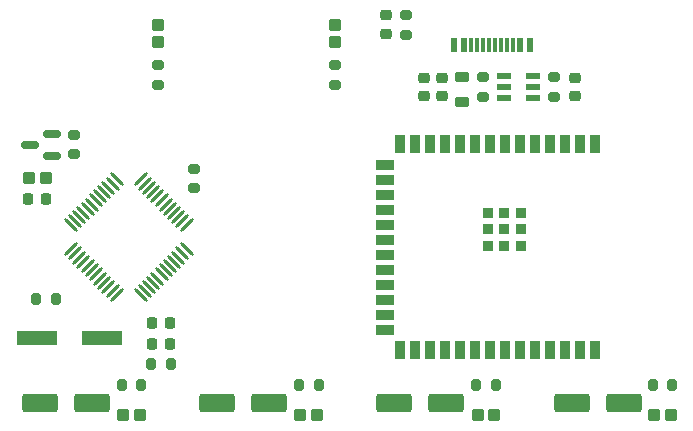
<source format=gtp>
G04 #@! TF.GenerationSoftware,KiCad,Pcbnew,7.0.2*
G04 #@! TF.CreationDate,2024-02-24T12:26:05+01:00*
G04 #@! TF.ProjectId,dsp_board,6473705f-626f-4617-9264-2e6b69636164,rev?*
G04 #@! TF.SameCoordinates,Original*
G04 #@! TF.FileFunction,Paste,Top*
G04 #@! TF.FilePolarity,Positive*
%FSLAX46Y46*%
G04 Gerber Fmt 4.6, Leading zero omitted, Abs format (unit mm)*
G04 Created by KiCad (PCBNEW 7.0.2) date 2024-02-24 12:26:05*
%MOMM*%
%LPD*%
G01*
G04 APERTURE LIST*
G04 Aperture macros list*
%AMRoundRect*
0 Rectangle with rounded corners*
0 $1 Rounding radius*
0 $2 $3 $4 $5 $6 $7 $8 $9 X,Y pos of 4 corners*
0 Add a 4 corners polygon primitive as box body*
4,1,4,$2,$3,$4,$5,$6,$7,$8,$9,$2,$3,0*
0 Add four circle primitives for the rounded corners*
1,1,$1+$1,$2,$3*
1,1,$1+$1,$4,$5*
1,1,$1+$1,$6,$7*
1,1,$1+$1,$8,$9*
0 Add four rect primitives between the rounded corners*
20,1,$1+$1,$2,$3,$4,$5,0*
20,1,$1+$1,$4,$5,$6,$7,0*
20,1,$1+$1,$6,$7,$8,$9,0*
20,1,$1+$1,$8,$9,$2,$3,0*%
%AMHorizOval*
0 Thick line with rounded ends*
0 $1 width*
0 $2 $3 position (X,Y) of the first rounded end (center of the circle)*
0 $4 $5 position (X,Y) of the second rounded end (center of the circle)*
0 Add line between two ends*
20,1,$1,$2,$3,$4,$5,0*
0 Add two circle primitives to create the rounded ends*
1,1,$1,$2,$3*
1,1,$1,$4,$5*%
G04 Aperture macros list end*
%ADD10RoundRect,0.218750X-0.381250X0.218750X-0.381250X-0.218750X0.381250X-0.218750X0.381250X0.218750X0*%
%ADD11RoundRect,0.200000X-0.200000X-0.275000X0.200000X-0.275000X0.200000X0.275000X-0.200000X0.275000X0*%
%ADD12RoundRect,0.225000X0.225000X0.250000X-0.225000X0.250000X-0.225000X-0.250000X0.225000X-0.250000X0*%
%ADD13R,3.500000X1.200000*%
%ADD14RoundRect,0.250000X0.275000X-0.287500X0.275000X0.287500X-0.275000X0.287500X-0.275000X-0.287500X0*%
%ADD15RoundRect,0.200000X0.275000X-0.200000X0.275000X0.200000X-0.275000X0.200000X-0.275000X-0.200000X0*%
%ADD16RoundRect,0.200000X-0.275000X0.200000X-0.275000X-0.200000X0.275000X-0.200000X0.275000X0.200000X0*%
%ADD17RoundRect,0.250000X-1.250000X-0.550000X1.250000X-0.550000X1.250000X0.550000X-1.250000X0.550000X0*%
%ADD18RoundRect,0.250000X0.287500X0.275000X-0.287500X0.275000X-0.287500X-0.275000X0.287500X-0.275000X0*%
%ADD19RoundRect,0.225000X-0.250000X0.225000X-0.250000X-0.225000X0.250000X-0.225000X0.250000X0.225000X0*%
%ADD20RoundRect,0.225000X0.250000X-0.225000X0.250000X0.225000X-0.250000X0.225000X-0.250000X-0.225000X0*%
%ADD21RoundRect,0.040600X0.564400X0.249400X-0.564400X0.249400X-0.564400X-0.249400X0.564400X-0.249400X0*%
%ADD22R,0.900000X1.500000*%
%ADD23R,1.500000X0.900000*%
%ADD24R,0.900000X0.900000*%
%ADD25RoundRect,0.200000X0.200000X0.275000X-0.200000X0.275000X-0.200000X-0.275000X0.200000X-0.275000X0*%
%ADD26RoundRect,0.250000X-0.287500X-0.275000X0.287500X-0.275000X0.287500X0.275000X-0.287500X0.275000X0*%
%ADD27HorizOval,0.280000X-0.452548X-0.452548X0.452548X0.452548X0*%
%ADD28HorizOval,0.280000X-0.452548X0.452548X0.452548X-0.452548X0*%
%ADD29R,0.600000X1.250000*%
%ADD30R,0.300000X1.250000*%
%ADD31RoundRect,0.150000X0.587500X0.150000X-0.587500X0.150000X-0.587500X-0.150000X0.587500X-0.150000X0*%
%ADD32RoundRect,0.218750X0.256250X-0.218750X0.256250X0.218750X-0.256250X0.218750X-0.256250X-0.218750X0*%
G04 APERTURE END LIST*
D10*
X72250000Y-98437500D03*
X72250000Y-100562500D03*
D11*
X36175000Y-117250000D03*
X37825000Y-117250000D03*
D12*
X47525000Y-121000000D03*
X45975000Y-121000000D03*
D13*
X36250000Y-120500000D03*
X41750000Y-120500000D03*
D14*
X46500000Y-95462500D03*
X46500000Y-94037500D03*
D15*
X49500000Y-107825000D03*
X49500000Y-106175000D03*
D16*
X80000000Y-98425000D03*
X80000000Y-100075000D03*
D15*
X61500000Y-99075000D03*
X61500000Y-97425000D03*
D12*
X47525000Y-119250000D03*
X45975000Y-119250000D03*
D17*
X36500000Y-126000000D03*
X40900000Y-126000000D03*
D18*
X74962500Y-127000000D03*
X73537500Y-127000000D03*
D16*
X74000000Y-98425000D03*
X74000000Y-100075000D03*
D15*
X67500000Y-94825000D03*
X67500000Y-93175000D03*
D18*
X89887500Y-127000000D03*
X88462500Y-127000000D03*
D15*
X46500000Y-99075000D03*
X46500000Y-97425000D03*
D19*
X81750000Y-98475000D03*
X81750000Y-100025000D03*
D20*
X69000000Y-100025000D03*
X69000000Y-98475000D03*
D18*
X44962500Y-127000000D03*
X43537500Y-127000000D03*
X59962500Y-127000000D03*
X58537500Y-127000000D03*
D17*
X81500000Y-126000000D03*
X85900000Y-126000000D03*
D12*
X37025000Y-108750000D03*
X35475000Y-108750000D03*
D17*
X66500000Y-126000000D03*
X70900000Y-126000000D03*
D11*
X45900000Y-122750000D03*
X47550000Y-122750000D03*
D21*
X78255000Y-100200000D03*
X78255000Y-99250000D03*
X78255000Y-98300000D03*
X75745000Y-98300000D03*
X75745000Y-99250000D03*
X75745000Y-100200000D03*
D22*
X83500000Y-104069500D03*
X82230000Y-104069500D03*
X80960000Y-104069500D03*
X79690000Y-104069500D03*
X78420000Y-104069500D03*
X77150000Y-104069500D03*
X75880000Y-104069500D03*
X74610000Y-104069500D03*
X73340000Y-104069500D03*
X72070000Y-104069500D03*
X70800000Y-104069500D03*
X69530000Y-104069500D03*
X68260000Y-104069500D03*
X66990000Y-104069500D03*
D23*
X65740000Y-105834500D03*
X65740000Y-107104500D03*
X65740000Y-108374500D03*
X65740000Y-109644500D03*
X65740000Y-110914500D03*
X65740000Y-112184500D03*
X65740000Y-113454500D03*
X65740000Y-114724500D03*
X65740000Y-115994500D03*
X65740000Y-117264500D03*
X65740000Y-118534500D03*
X65740000Y-119804500D03*
D22*
X66990000Y-121569500D03*
X68260000Y-121569500D03*
X69530000Y-121569500D03*
X70800000Y-121569500D03*
X72070000Y-121569500D03*
X73340000Y-121569500D03*
X74610000Y-121569500D03*
X75880000Y-121569500D03*
X77150000Y-121569500D03*
X78420000Y-121569500D03*
X79690000Y-121569500D03*
X80960000Y-121569500D03*
X82230000Y-121569500D03*
X83500000Y-121569500D03*
D24*
X75780000Y-111319500D03*
X75780000Y-109919500D03*
X75780000Y-112719500D03*
X74380000Y-109919500D03*
X74380000Y-111319500D03*
X74380000Y-112719500D03*
X77180000Y-109919500D03*
X77180000Y-111319500D03*
X77180000Y-112719500D03*
D25*
X90000000Y-124500000D03*
X88350000Y-124500000D03*
D26*
X35537500Y-107000000D03*
X36962500Y-107000000D03*
D25*
X45075000Y-124500000D03*
X43425000Y-124500000D03*
D17*
X51500000Y-126000000D03*
X55900000Y-126000000D03*
D27*
X48900250Y-110988837D03*
X48546697Y-110635284D03*
X48193143Y-110281731D03*
X47839590Y-109928177D03*
X47486036Y-109574624D03*
X47132483Y-109221070D03*
X46778930Y-108867517D03*
X46425376Y-108513964D03*
X46071823Y-108160410D03*
X45718269Y-107806857D03*
X45364716Y-107453303D03*
X45011163Y-107099750D03*
D28*
X42988837Y-107099750D03*
X42635284Y-107453303D03*
X42281731Y-107806857D03*
X41928177Y-108160410D03*
X41574624Y-108513964D03*
X41221070Y-108867517D03*
X40867517Y-109221070D03*
X40513964Y-109574624D03*
X40160410Y-109928177D03*
X39806857Y-110281731D03*
X39453303Y-110635284D03*
X39099750Y-110988837D03*
D27*
X39099750Y-113011163D03*
X39453303Y-113364716D03*
X39806857Y-113718269D03*
X40160410Y-114071823D03*
X40513964Y-114425376D03*
X40867517Y-114778930D03*
X41221070Y-115132483D03*
X41574624Y-115486036D03*
X41928177Y-115839590D03*
X42281731Y-116193143D03*
X42635284Y-116546697D03*
X42988837Y-116900250D03*
D28*
X45011163Y-116900250D03*
X45364716Y-116546697D03*
X45718269Y-116193143D03*
X46071823Y-115839590D03*
X46425376Y-115486036D03*
X46778930Y-115132483D03*
X47132483Y-114778930D03*
X47486036Y-114425376D03*
X47839590Y-114071823D03*
X48193143Y-113718269D03*
X48546697Y-113364716D03*
X48900250Y-113011163D03*
D25*
X75075000Y-124500000D03*
X73425000Y-124500000D03*
D14*
X61500000Y-95462500D03*
X61500000Y-94037500D03*
D29*
X77950000Y-95675000D03*
X77150000Y-95675000D03*
D30*
X76000000Y-95675000D03*
X75000000Y-95675000D03*
X74500000Y-95675000D03*
X73500000Y-95675000D03*
D29*
X71550000Y-95675000D03*
X72350000Y-95675000D03*
D30*
X73000000Y-95675000D03*
X74000000Y-95675000D03*
X75500000Y-95675000D03*
X76500000Y-95675000D03*
D20*
X70500000Y-100025000D03*
X70500000Y-98475000D03*
D25*
X60075000Y-124500000D03*
X58425000Y-124500000D03*
D16*
X39375000Y-103300000D03*
X39375000Y-104950000D03*
D31*
X37500000Y-105150000D03*
X37500000Y-103250000D03*
X35625000Y-104200000D03*
D32*
X65750000Y-94787500D03*
X65750000Y-93212500D03*
M02*

</source>
